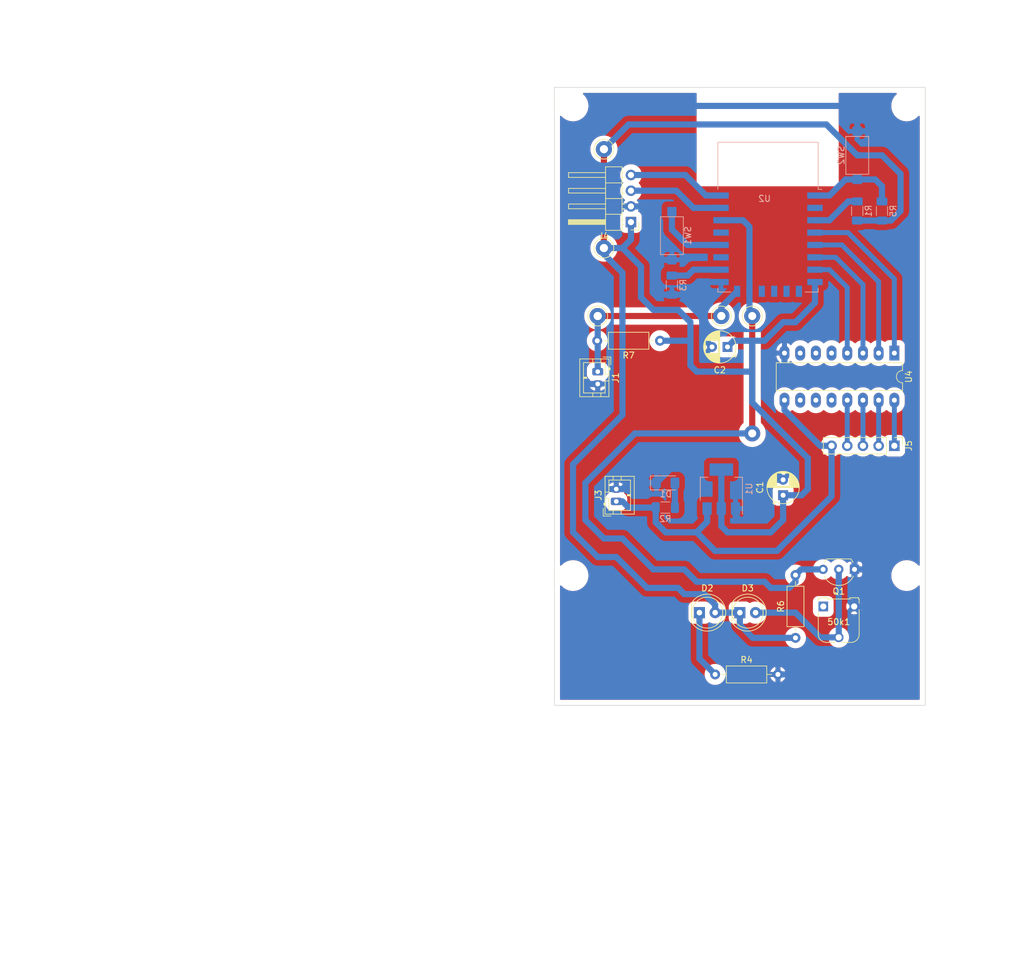
<source format=kicad_pcb>
(kicad_pcb (version 20210824) (generator pcbnew)
  (layers (0 "F.Cu" signal) (31 "B.Cu" signal) (34 "B.Paste" user) (35 "F.Paste" user) (36 "B.SilkS" user "B.Silkscreen") (37 "F.SilkS" user "F.Silkscreen") (38 "B.Mask" user) (39 "F.Mask" user) (44 "Edge.Cuts" user))
  (net 0 "")
  (net 1 "GND")
  (net 2 "Net-(50k1-Pad2)")
  (net 3 "+3V3")
  (net 4 "+5V")
  (net 5 "Net-(D1-Pad2)")
  (net 6 "Net-(D2-Pad1)")
  (net 7 "/RX")
  (net 8 "/TX")
  (net 9 "Net-(J5-Pad2)")
  (net 10 "Net-(J5-Pad3)")
  (net 11 "Net-(J5-Pad4)")
  (net 12 "/IR_Sensor")
  (net 13 "Net-(R1-Pad2)")
  (net 14 "Net-(R3-Pad2)")
  (net 15 "/RST")
  (net 16 "/BOOT")
  (net 17 "/in3")
  (net 18 "/in2")
  (net 19 "/in1")
  (net 20 "Net-(J5-Pad1)")
  (net 21 "/LimitSW")
  (net 22 "/in4")
  (footprint "Connector_Pin:Pin_D1.3mm_L11.0mm" (layer "F.Cu") (at 134 82)
    (fp_text reference "REF**" hide)
    (fp_text value "Pin_D1.3mm_L11.0mm" hide)
    (pad "1" thru_hole circle locked (at 0 0) (size 2.6 2.6) (drill 1.3) (layers *.Cu *.Mask) (net 21 "/LimitSW"))
    (pad "1" thru_hole circle locked (at 0 0) (size 2.6 2.6) (drill 1.3) (layers *.Cu *.Mask) (net 21 "/LimitSW"))
    (pad "1" thru_hole circle locked (at 0 0) (size 2.6 2.6) (drill 1.3) (layers *.Cu *.Mask) (net 21 "/LimitSW"))
  )
  (footprint "Connector_JST:JST_PH_B2B-PH-K_1x02_P2.00mm_Vertical" (layer "F.Cu") (at 117 112 90)
    (fp_text reference "J3" (at 1 -2.9 90) (layer "F.SilkS"))
    (fp_text value "Conn_01x02")
    (pad "1" thru_hole roundrect locked (at 0 0 90) (size 1.2 1.75) (drill 0.75) (layers *.Cu *.Mask) (roundrect_rratio 0.2083333333) (net 4 "+5V"))
    (pad "2" thru_hole oval locked (at 2 0 90) (size 1.2 1.75) (drill 0.75) (layers *.Cu *.Mask) (net 1 "GND"))
  )
  (footprint "Resistor_THT:R_Axial_DIN0207_L6.3mm_D2.5mm_P10.16mm_Horizontal" (layer "F.Cu") (at 124.08 86 180)
    (fp_text reference "R7" (at 5.08 -2.37) (layer "F.SilkS"))
    (fp_text value "10K")
    (pad "1" thru_hole circle locked (at 0 0 180) (size 1.6 1.6) (drill 0.8) (layers *.Cu *.Mask) (net 3 "+3V3"))
    (pad "2" thru_hole oval locked (at 10.16 0 180) (size 1.6 1.6) (drill 0.8) (layers *.Cu *.Mask) (net 21 "/LimitSW"))
  )
  (footprint "" (layer "F.Cu") (at 139 101)
    (fp_text reference "" (at 0 0) (layer "F.SilkS") (effects (font (size 1.27 1.27))))
    (fp_text value "" (at 0 0) (layer "F.SilkS") (effects (font (size 1.27 1.27))))
    (pad "1" thru_hole circle locked (at 0 0) (size 2.6 2.6) (drill 1.3) (layers *.Cu *.Mask) (net 12 "/IR_Sensor"))
  )
  (footprint "Connector_Pin:Pin_D1.3mm_L11.0mm" (layer "F.Cu") (at 115 55)
    (fp_text reference "REF**" hide)
    (fp_text value "Pin_D1.3mm_L11.0mm" hide)
    (pad "1" thru_hole circle locked (at 0 0) (size 2.6 2.6) (drill 1.3) (layers *.Cu *.Mask) (net 3 "+3V3"))
    (pad "1" thru_hole circle locked (at 0 0) (size 2.6 2.6) (drill 1.3) (layers *.Cu *.Mask) (net 3 "+3V3"))
  )
  (footprint "MountingHole:MountingHole_3.2mm_M3" (layer "F.Cu") (at 164 48)
    (fp_text reference "REF**" hide)
    (fp_text value "MountingHole_3.2mm_M3")
    (pad "" np_thru_hole circle locked (at 0 0) (size 3.2 3.2) (drill 3.2) (layers *.Cu *.Mask))
  )
  (footprint "Resistor_THT:R_Axial_DIN0207_L6.3mm_D2.5mm_P10.16mm_Horizontal" (layer "F.Cu") (at 133 140)
    (fp_text reference "R4" (at 5.08 -2.37) (layer "F.SilkS"))
    (fp_text value "300")
    (pad "1" thru_hole circle locked (at 0 0) (size 1.6 1.6) (drill 0.8) (layers *.Cu *.Mask) (net 6 "Net-(D2-Pad1)"))
    (pad "2" thru_hole oval locked (at 10.16 0) (size 1.6 1.6) (drill 0.8) (layers *.Cu *.Mask) (net 1 "GND"))
  )
  (footprint "MountingHole:MountingHole_3.2mm_M3" (layer "F.Cu") (at 164 124)
    (fp_text reference "REF**" hide)
    (fp_text value "MountingHole_3.2mm_M3")
    (pad "" np_thru_hole circle locked (at 0 0) (size 3.2 3.2) (drill 3.2) (layers *.Cu *.Mask))
  )
  (footprint "Connector_JST:JST_PH_B2B-PH-K_1x02_P2.00mm_Vertical" (layer "F.Cu") (at 114 91 -90)
    (fp_text reference "J1" (at 1 -2.9 90) (layer "F.SilkS"))
    (fp_text value "Conn_01x02")
    (pad "1" thru_hole roundrect locked (at 0 0 270) (size 1.2 1.75) (drill 0.75) (layers *.Cu *.Mask) (roundrect_rratio 0.2083333333) (net 21 "/LimitSW"))
    (pad "2" thru_hole oval locked (at 2 0 270) (size 1.2 1.75) (drill 0.75) (layers *.Cu *.Mask) (net 1 "GND"))
  )
  (footprint "Connector_PinHeader_2.54mm:PinHeader_1x04_P2.54mm_Horizontal" (layer "F.Cu") (at 119.375 66.8 180)
    (fp_text reference "J4" (at 4.385 -2.27) (layer "F.SilkS"))
    (fp_text value "Conn_01x04")
    (pad "1" thru_hole rect locked (at 0 0 180) (size 1.7 1.7) (drill 1) (layers *.Cu *.Mask) (net 3 "+3V3"))
    (pad "2" thru_hole oval locked (at 0 2.54 180) (size 1.7 1.7) (drill 1) (layers *.Cu *.Mask) (net 1 "GND"))
    (pad "3" thru_hole oval locked (at 0 5.08 180) (size 1.7 1.7) (drill 1) (layers *.Cu *.Mask) (net 7 "/RX"))
    (pad "4" thru_hole oval locked (at 0 7.62 180) (size 1.7 1.7) (drill 1) (layers *.Cu *.Mask) (net 8 "/TX"))
  )
  (footprint "Package_TO_SOT_THT:TO-92L_Inline_Wide" (layer "F.Cu") (at 155.55 123 180)
    (fp_text reference "Q1" (at 2.54 -3.56) (layer "F.SilkS"))
    (fp_text value "2N7000")
    (pad "1" thru_hole rect locked (at 0 0 180) (size 1.5 1.5) (drill 0.8) (layers *.Cu *.Mask) (net 1 "GND"))
    (pad "2" thru_hole circle locked (at 2.54 0 180) (size 1.5 1.5) (drill 0.8) (layers *.Cu *.Mask) (net 2 "Net-(50k1-Pad2)"))
    (pad "3" thru_hole circle locked (at 5.08 0 180) (size 1.5 1.5) (drill 0.8) (layers *.Cu *.Mask) (net 12 "/IR_Sensor"))
  )
  (footprint "Capacitor_THT:CP_Radial_D5.0mm_P2.50mm" (layer "F.Cu") (at 144 111 90)
    (fp_text reference "C1" (at 1.25 -3.75 90) (layer "F.SilkS"))
    (fp_text value "100uF")
    (pad "1" thru_hole rect locked (at 0 0 90) (size 1.6 1.6) (drill 0.8) (layers *.Cu *.Mask) (net 3 "+3V3"))
    (pad "2" thru_hole circle locked (at 2.5 0 90) (size 1.6 1.6) (drill 0.8) (layers *.Cu *.Mask) (net 1 "GND"))
  )
  (footprint "Potentiometer_THT:Potentiometer_Runtron_RM-065_Vertical" (layer "F.Cu") (at 150.5 129)
    (fp_text reference "50k1" (at 2.5 2.5) (layer "F.SilkS"))
    (fp_text value "R_Potentiometer")
    (pad "1" thru_hole rect locked (at 0 0) (size 1.55 1.55) (drill 1) (layers *.Cu *.Mask))
    (pad "2" thru_hole circle locked (at 2.5 5) (size 1.55 1.55) (drill 1) (layers *.Cu *.Mask) (net 2 "Net-(50k1-Pad2)"))
    (pad "3" thru_hole circle locked (at 5 0) (size 1.55 1.55) (drill 1) (layers *.Cu *.Mask) (net 1 "GND"))
  )
  (footprint "Resistor_THT:R_Axial_DIN0207_L6.3mm_D2.5mm_P10.16mm_Horizontal" (layer "F.Cu") (at 146 134.08 90)
    (fp_text reference "R6" (at 5.08 -2.37 90) (layer "F.SilkS"))
    (fp_text value "10K")
    (pad "1" thru_hole circle locked (at 0 0 90) (size 1.6 1.6) (drill 0.8) (layers *.Cu *.Mask) (net 3 "+3V3"))
    (pad "2" thru_hole oval locked (at 10.16 0 90) (size 1.6 1.6) (drill 0.8) (layers *.Cu *.Mask) (net 12 "/IR_Sensor"))
  )
  (footprint "Capacitor_THT:CP_Radial_D5.0mm_P2.50mm" (layer "F.Cu") (at 135 87 180)
    (fp_text reference "C2" (at 1.25 -3.75) (layer "F.SilkS"))
    (fp_text value "100uF")
    (pad "1" thru_hole rect locked (at 0 0 180) (size 1.6 1.6) (drill 0.8) (layers *.Cu *.Mask) (net 3 "+3V3"))
    (pad "2" thru_hole circle locked (at 2.5 0 180) (size 1.6 1.6) (drill 0.8) (layers *.Cu *.Mask) (net 1 "GND"))
  )
  (footprint "Connector_Pin:Pin_D1.3mm_L11.0mm" (layer "F.Cu") (at 114 82)
    (fp_text reference "REF**" hide)
    (fp_text value "Pin_D1.3mm_L11.0mm" hide)
    (pad "1" thru_hole circle locked (at 0 0) (size 2.6 2.6) (drill 1.3) (layers *.Cu *.Mask) (net 21 "/LimitSW"))
    (pad "1" thru_hole circle locked (at 0 0) (size 2.6 2.6) (drill 1.3) (layers *.Cu *.Mask) (net 21 "/LimitSW"))
    (pad "1" thru_hole circle locked (at 0 0) (size 2.6 2.6) (drill 1.3) (layers *.Cu *.Mask) (net 21 "/LimitSW"))
  )
  (footprint "Package_DIP:DIP-16_W7.62mm_LongPads" (layer "F.Cu") (at 162 88 -90)
    (fp_text reference "U4" (at 3.81 -2.33 90) (layer "F.SilkS"))
    (fp_text value "ULN2003")
    (pad "1" thru_hole rect locked (at 0 0 270) (size 2.4 1.6) (drill 0.8) (layers *.Cu *.Mask) (net 22 "/in4"))
    (pad "2" thru_hole oval locked (at 0 2.54 270) (size 2.4 1.6) (drill 0.8) (layers *.Cu *.Mask) (net 17 "/in3"))
    (pad "3" thru_hole oval locked (at 0 5.08 270) (size 2.4 1.6) (drill 0.8) (layers *.Cu *.Mask) (net 18 "/in2"))
    (pad "4" thru_hole oval locked (at 0 7.62 270) (size 2.4 1.6) (drill 0.8) (layers *.Cu *.Mask) (net 19 "/in1"))
    (pad "5" thru_hole oval locked (at 0 10.16 270) (size 2.4 1.6) (drill 0.8) (layers *.Cu *.Mask))
    (pad "6" thru_hole oval locked (at 0 12.7 270) (size 2.4 1.6) (drill 0.8) (layers *.Cu *.Mask))
    (pad "7" thru_hole oval locked (at 0 15.24 270) (size 2.4 1.6) (drill 0.8) (layers *.Cu *.Mask))
    (pad "8" thru_hole oval locked (at 0 17.78 270) (size 2.4 1.6) (drill 0.8) (layers *.Cu *.Mask) (net 1 "GND"))
    (pad "9" thru_hole oval locked (at 7.62 17.78 270) (size 2.4 1.6) (drill 0.8) (layers *.Cu *.Mask) (net 4 "+5V"))
    (pad "10" thru_hole oval locked (at 7.62 15.24 270) (size 2.4 1.6) (drill 0.8) (layers *.Cu *.Mask))
    (pad "11" thru_hole oval locked (at 7.62 12.7 270) (size 2.4 1.6) (drill 0.8) (layers *.Cu *.Mask))
    (pad "12" thru_hole oval locked (at 7.62 10.16 270) (size 2.4 1.6) (drill 0.8) (layers *.Cu *.Mask))
    (pad "13" thru_hole oval locked (at 7.62 7.62 270) (size 2.4 1.6) (drill 0.8) (layers *.Cu *.Mask) (net 11 "Net-(J5-Pad4)"))
    (pad "14" thru_hole oval locked (at 7.62 5.08 270) (size 2.4 1.6) (drill 0.8) (layers *.Cu *.Mask) (net 10 "Net-(J5-Pad3)"))
    (pad "15" thru_hole oval locked (at 7.62 2.54 270) (size 2.4 1.6) (drill 0.8) (layers *.Cu *.Mask) (net 9 "Net-(J5-Pad2)"))
    (pad "16" thru_hole oval locked (at 7.62 0 270) (size 2.4 1.6) (drill 0.8) (layers *.Cu *.Mask) (net 20 "Net-(J5-Pad1)"))
  )
  (footprint "Connector_PinHeader_2.54mm:PinHeader_1x05_P2.54mm_Vertical" (layer "F.Cu") (at 162 103 -90)
    (fp_text reference "J5" (at 0 -2.33 90) (layer "F.SilkS"))
    (fp_text value "Conn_01x05")
    (pad "1" thru_hole rect locked (at 0 0 270) (size 1.7 1.7) (drill 1) (layers *.Cu *.Mask) (net 20 "Net-(J5-Pad1)"))
    (pad "2" thru_hole oval locked (at 0 2.54 270) (size 1.7 1.7) (drill 1) (layers *.Cu *.Mask) (net 9 "Net-(J5-Pad2)"))
    (pad "3" thru_hole oval locked (at 0 5.08 270) (size 1.7 1.7) (drill 1) (layers *.Cu *.Mask) (net 10 "Net-(J5-Pad3)"))
    (pad "4" thru_hole oval locked (at 0 7.62 270) (size 1.7 1.7) (drill 1) (layers *.Cu *.Mask) (net 11 "Net-(J5-Pad4)"))
    (pad "5" thru_hole oval locked (at 0 10.16 270) (size 1.7 1.7) (drill 1) (layers *.Cu *.Mask) (net 4 "+5V"))
  )
  (footprint "Connector_Pin:Pin_D1.3mm_L11.0mm" (layer "F.Cu") (at 115 71)
    (fp_text reference "REF**" hide)
    (fp_text value "Pin_D1.3mm_L11.0mm" hide)
    (pad "1" thru_hole circle locked (at 0 0) (size 2.6 2.6) (drill 1.3) (layers *.Cu *.Mask) (net 3 "+3V3"))
    (pad "1" thru_hole circle locked (at 0 0) (size 2.6 2.6) (drill 1.3) (layers *.Cu *.Mask) (net 3 "+3V3"))
  )
  (footprint "LED_THT:LED_D5.0mm_Clear" (layer "F.Cu") (at 130.46 130)
    (fp_text reference "D2" (at 1.27 -3.96) (layer "F.SilkS"))
    (fp_text value "LED")
    (pad "1" thru_hole rect locked (at 0 0) (size 1.8 1.8) (drill 0.9) (layers *.Cu *.Mask) (net 6 "Net-(D2-Pad1)"))
    (pad "2" thru_hole circle locked (at 2.54 0) (size 1.8 1.8) (drill 0.9) (layers *.Cu *.Mask) (net 3 "+3V3"))
  )
  (footprint "Connector_Pin:Pin_D1.3mm_L11.0mm" (layer "F.Cu") (at 139 82)
    (fp_text reference "REF**" hide)
    (fp_text value "Pin_D1.3mm_L11.0mm" hide)
    (pad "1" thru_hole circle locked (at 0 0) (size 2.6 2.6) (drill 1.3) (layers *.Cu *.Mask) (net 12 "/IR_Sensor"))
  )
  (footprint "MountingHole:MountingHole_3.2mm_M3" (layer "F.Cu") (at 110 124)
    (fp_text reference "REF**" hide)
    (fp_text value "MountingHole_3.2mm_M3")
    (pad "" np_thru_hole circle locked (at 0 0) (size 3.2 3.2) (drill 3.2) (layers *.Cu *.Mask))
  )
  (footprint "LED_THT:LED_D5.0mm_IRBlack" (layer "F.Cu") (at 137 130)
    (fp_text reference "D3" (at 1.27 -3.96) (layer "F.SilkS"))
    (fp_text value "D_Photo_Filled")
    (pad "1" thru_hole rect locked (at 0 0) (size 1.8 1.8) (drill 0.9) (layers *.Cu *.Mask) (net 3 "+3V3"))
    (pad "2" thru_hole circle locked (at 2.54 0) (size 1.8 1.8) (drill 0.9) (layers *.Cu *.Mask) (net 2 "Net-(50k1-Pad2)"))
  )
  (footprint "MountingHole:MountingHole_3.2mm_M3" (layer "F.Cu") (at 110 48)
    (fp_text reference "REF**" hide)
    (fp_text value "MountingHole_3.2mm_M3")
    (pad "" np_thru_hole circle locked (at 0 0) (size 3.2 3.2) (drill 3.2) (layers *.Cu *.Mask))
  )
  (footprint "Package_TO_SOT_SMD:SOT-223-3_TabPin2" (layer "B.Cu") (at 134 110 90)
    (fp_text reference "U1" (at 0 4.5 90) (layer "B.SilkS") (effects (justify mirror)))
    (fp_text value "AMS1117-3.3")
    (pad "1" smd rect locked (at -3.15 2.3 90) (size 2 1.5) (layers "B.Cu" "B.Paste" "B.Mask") (net 1 "GND"))
    (pad "2" smd rect locked (at 3.15 0 90) (size 2 3.8) (layers "B.Cu" "B.Paste" "B.Mask") (net 3 "+3V3"))
    (pad "2" smd rect locked (at -3.15 0 90) (size 2 1.5) (layers "B.Cu" "B.Paste" "B.Mask") (net 3 "+3V3"))
    (pad "3" smd rect locked (at -3.15 -2.3 90) (size 2 1.5) (layers "B.Cu" "B.Paste" "B.Mask") (net 4 "+5V"))
  )
  (footprint "Resistor_SMD:R_1206_3216Metric_Pad1.30x1.75mm_HandSolder" (layer "B.Cu") (at 160 65 90)
    (fp_text reference "R5" (at 0 1.82 90) (layer "B.SilkS") (effects (justify mirror)))
    (fp_text value "10K")
    (pad "1" smd roundrect locked (at -1.55 0 90) (size 1.3 1.75) (layers "B.Cu" "B.Paste" "B.Mask") (roundrect_rratio 0.1923076923) (net 3 "+3V3"))
    (pad "2" smd roundrect locked (at 1.55 0 90) (size 1.3 1.75) (layers "B.Cu" "B.Paste" "B.Mask") (roundrect_rratio 0.1923076923) (net 15 "/RST"))
  )
  (footprint "RF_Module:ESP-12E" (layer "B.Cu") (at 141.555 66 180)
    (fp_text reference "U2" (at 0.555 3) (layer "B.SilkS") (effects (justify mirror)))
    (fp_text value "ESP-12E")
    (pad "1" smd rect locked (at -7.6 3.5 180) (size 2.5 1) (layers "B.Cu" "B.Paste" "B.Mask") (net 15 "/RST"))
    (pad "2" smd rect locked (at -7.6 1.5 180) (size 2.5 1) (layers "B.Cu" "B.Paste" "B.Mask"))
    (pad "3" smd rect locked (at -7.6 -0.5 180) (size 2.5 1) (layers "B.Cu" "B.Paste" "B.Mask") (net 13 "Net-(R1-Pad2)"))
    (pad "4" smd rect locked (at -7.6 -2.5 180) (size 2.5 1) (layers "B.Cu" "B.Paste" "B.Mask") (net 22 "/in4"))
    (pad "5" smd rect locked (at -7.6 -4.5 180) (size 2.5 1) (layers "B.Cu" "B.Paste" "B.Mask") (net 17 "/in3"))
    (pad "6" smd rect locked (at -7.6 -6.5 180) (size 2.5 1) (layers "B.Cu" "B.Paste" "B.Mask") (net 18 "/in2"))
    (pad "7" smd rect locked (at -7.6 -8.5 180) (size 2.5 1) (layers "B.Cu" "B.Paste" "B.Mask") (net 19 "/in1"))
    (pad "8" smd rect locked (at -7.6 -10.5 180) (size 2.5 1) (layers "B.Cu" "B.Paste" "B.Mask") (net 3 "+3V3"))
    (pad "9" smd rect locked (at -5 -12 180) (size 1 1.8) (layers "B.Cu" "B.Paste" "B.Mask"))
    (pad "10" smd rect locked (at -3 -12 180) (size 1 1.8) (layers "B.Cu" "B.Paste" "B.Mask"))
    (pad "11" smd rect locked (at -1 -12 180) (size 1 1.8) (layers "B.Cu" "B.Paste" "B.Mask"))
    (pad "12" smd rect locked (at 1 -12 180) (size 1 1.8) (layers "B.Cu" "B.Paste" "B.Mask"))
    (pad "13" smd rect locked (at 3 -12 180) (size 1 1.8) (layers "B.Cu" "B.Paste" "B.Mask") (net 12 "/IR_Sensor"))
    (pad "14" smd rect locked (at 5 -12 180) (size 1 1.8) (layers "B.Cu" "B.Paste" "B.Mask") (net 21 "/LimitSW"))
    (pad "15" smd rect locked (at 7.6 -10.5 180) (size 2.5 1) (layers "B.Cu" "B.Paste" "B.Mask") (net 1 "GND"))
    (pad "16" smd rect locked (at 7.6 -8.5 180) (size 2.5 1) (layers "B.Cu" "B.Paste" "B.Mask") (net 14 "Net-(R3-Pad2)"))
    (pad "17" smd rect locked (at 7.6 -6.5 180) (size 2.5 1) (layers "B.Cu" "B.Paste" "B.Mask"))
    (pad "18" smd rect locked (at 7.6 -4.5 180) (size 2.5 1) (layers "B.Cu" "B.Paste" "B.Mask") (net 16 "/BOOT"))
    (pad "19" smd rect locked (at 7.6 -2.5 180) (size 2.5 1) (layers "B.Cu" "B.Paste" "B.Mask"))
    (pad "20" smd rect locked (at 7.6 -0.5 180) (size 2.5 1) (layers "B.Cu" "B.Paste" "B.Mask") (net 12 "/IR_Sensor"))
    (pad "21" smd rect locked (at 7.6 1.5 180) (size 2.5 1) (layers "B.Cu" "B.Paste" "B.Mask") (net 7 "/RX"))
    (pad "22" smd rect locked (at 7.6 3.5 180) (size 2.5 1) (layers "B.Cu" "B.Paste" "B.Mask") (net 8 "/TX"))
  )
  (footprint "LED_SMD:LED_1206_3216Metric_Pad1.42x1.75mm_HandSolder" (layer "B.Cu") (at 125 109)
    (fp_text reference "D1" (at 0 1.82) (layer "B.SilkS") (effects (justify mirror)))
    (fp_text value "LED")
    (pad "1" smd roundrect locked (at -1.4875 0) (size 1.425 1.75) (layers "B.Cu" "B.Paste" "B.Mask") (roundrect_rratio 0.1754392982) (net 1 "GND"))
    (pad "2" smd roundrect locked (at 1.4875 0) (size 1.425 1.75) (layers "B.Cu" "B.Paste" "B.Mask") (roundrect_rratio 0.1754392982) (net 5 "Net-(D1-Pad2)"))
  )
  (footprint "Resistor_SMD:R_1206_3216Metric_Pad1.30x1.75mm_HandSolder" (layer "B.Cu") (at 156 65 90)
    (fp_text reference "R1" (at 0 1.82 90) (layer "B.SilkS") (effects (justify mirror)))
    (fp_text value "1k")
    (pad "1" smd roundrect locked (at -1.55 0 90) (size 1.3 1.75) (layers "B.Cu" "B.Paste" "B.Mask") (roundrect_rratio 0.1923076923) (net 3 "+3V3"))
    (pad "2" smd roundrect locked (at 1.55 0 90) (size 1.3 1.75) (layers "B.Cu" "B.Paste" "B.Mask") (roundrect_rratio 0.1923076923) (net 13 "Net-(R1-Pad2)"))
  )
  (footprint "Resistor_SMD:R_1206_3216Metric_Pad1.30x1.75mm_HandSolder" (layer "B.Cu") (at 126 77 90)
    (fp_text reference "R3" (at 0 1.82 90) (layer "B.SilkS") (effects (justify mirror)))
    (fp_text value "1K")
    (pad "1" smd roundrect locked (at -1.55 0 90) (size 1.3 1.75) (layers "B.Cu" "B.Paste" "B.Mask") (roundrect_rratio 0.1923076923) (net 1 "GND"))
    (pad "2" smd roundrect locked (at 1.55 0 90) (size 1.3 1.75) (layers "B.Cu" "B.Paste" "B.Mask") (roundrect_rratio 0.1923076923) (net 14 "Net-(R3-Pad2)"))
  )
  (footprint "Button_Switch_SMD:SW_SPST_CK_RS282G05A3" (layer "B.Cu") (at 156 56 -90)
    (fp_text reference "SW2" (at 0 2.6 90) (layer "B.SilkS") (effects (justify mirror)))
    (fp_text value "SW_Push")
    (pad "1" smd rect locked (at -3.9 0 270) (size 1.5 1.5) (layers "B.Cu" "B.Paste" "B.Mask") (net 1 "GND"))
    (pad "2" smd rect locked (at 3.9 0 270) (size 1.5 1.5) (layers "B.Cu" "B.Paste" "B.Mask") (net 15 "/RST"))
  )
  (footprint "Resistor_SMD:R_1206_3216Metric_Pad1.30x1.75mm_HandSolder" (layer "B.Cu") (at 124.9375 113)
    (fp_text reference "R2" (at 0 1.82) (layer "B.SilkS") (effects (justify mirror)))
    (fp_text value "100")
    (pad "1" smd roundrect locked (at -1.55 0) (size 1.3 1.75) (layers "B.Cu" "B.Paste" "B.Mask") (roundrect_rratio 0.1923076923) (net 4 "+5V"))
    (pad "2" smd roundrect locked (at 1.55 0) (size 1.3 1.75) (layers "B.Cu" "B.Paste" "B.Mask") (roundrect_rratio 0.1923076923) (net 5 "Net-(D1-Pad2)"))
  )
  (footprint "Button_Switch_SMD:SW_SPST_CK_RS282G05A3" (layer "B.Cu") (at 126 69 90)
    (fp_text reference "SW1" (at 0 2.6 90) (layer "B.SilkS") (effects (justify mirror)))
    (fp_text value "SW_Push")
    (pad "1" smd rect locked (at -3.9 0 90) (size 1.5 1.5) (layers "B.Cu" "B.Paste" "B.Mask") (net 1 "GND"))
    (pad "2" smd rect locked (at 3.9 0 90) (size 1.5 1.5) (layers "B.Cu" "B.Paste" "B.Mask") (net 16 "/BOOT"))
  )
  (gr_line locked (start 167 145) (end 107 145) (layer "Edge.Cuts") (width 0.1))
  (gr_line (start 107 45) (end 167 45) (layer "Edge.Cuts") (width 0.1))
  (gr_line locked (start 107 145) (end 107 45) (layer "Edge.Cuts") (width 0.1))
  (gr_line locked (start 167 45) (end 167 145) (layer "Edge.Cuts") (width 0.1))
  (segment (start 161.1 52.1) (end 165 56) (width 1) (layer "B.Cu") (net 1))
  (segment (start 165 90) (end 165 116) (width 1) (layer "B.Cu") (net 1))
  (segment (start 129.45 78.55) (end 131.5 76.5) (width 1) (layer "B.Cu") (net 1))
  (segment (start 118 110) (end 119 109) (width 1) (layer "B.Cu") (net 1))
  (segment (start 115 115) (end 114 114) (width 1) (layer "B.Cu") (net 1))
  (segment (start 133.955 76.5) (end 131.5 76.5) (width 1) (layer "B.Cu") (net 1))
  (segment (start 125.1 72.9) (end 124.1 72.9) (width 1) (layer "B.Cu") (net 1))
  (segment (start 147 120) (end 144 123) (width 1) (layer "B.Cu") (net 1))
  (segment (start 114 93) (end 112 93) (width 1) (layer "B.Cu") (net 1))
  (segment (start 155.55 123) (end 155.55 121.55) (width 1) (layer "B.Cu") (net 1))
  (segment (start 119.375 64.26) (end 112.26 64.26) (width 1) (layer "B.Cu") (net 1))
  (segment (start 146 92) (end 165 92) (width 1) (layer "B.Cu") (net 1))
  (segment (start 126 72.9) (end 125.1 72.9) (width 1) (layer "B.Cu") (net 1))
  (segment (start 129.45 78.55) (end 130.55 78.55) (width 1) (layer "B.Cu") (net 1))
  (segment (start 165 116) (end 158 123) (width 1) (layer "B.Cu") (net 1))
  (segment (start 123 77) (end 124.55 78.55) (width 1) (layer "B.Cu") (net 1))
  (segment (start 119.375 64.26) (end 121.26 64.26) (width 1) (layer "B.Cu") (net 1))
  (segment (start 124.55 78.55) (end 126 78.55) (width 1) (layer "B.Cu") (net 1))
  (segment (start 119 109) (end 123.5125 109) (width 1) (layer "B.Cu") (net 1))
  (segment (start 122 70.8) (end 124.1 72.9) (width 1) (layer "B.Cu") (net 1))
  (segment (start 110 66.52) (end 112.26 64.26) (width 1) (layer "B.Cu") (net 1))
  (segment (start 139 115) (end 140 114) (width 1) (layer "B.Cu") (net 1))
  (segment (start 115 110) (end 117 110) (width 1) (layer "B.Cu") (net 1))
  (segment (start 112 93) (end 110 91) (width 1) (layer "B.Cu") (net 1))
  (segment (start 141.5 108.5) (end 144 108.5) (width 1) (layer "B.Cu") (net 1))
  (segment (start 126 78.55) (end 129.45 78.55) (width 1) (layer "B.Cu") (net 1))
  (segment (start 129 120) (end 124 120) (width 1) (layer "B.Cu") (net 1))
  (segment (start 123 74) (end 123 77) (width 1) (layer "B.Cu") (net 1))
  (segment (start 153 140) (end 158 135) (width 1) (layer "B.Cu") (net 1))
  (segment (start 144.22 88) (end 144.22 90.22) (width 1) (layer "B.Cu") (net 1))
  (segment (start 119 115) (end 115 115) (width 1) (layer "B.Cu") (net 1))
  (segment (start 139.5 104) (end 144 108.5) (width 1) (layer "B.Cu") (net 1))
  (segment (start 158 130) (end 157 129) (width 1) (layer "B.Cu") (net 1))
  (segment (start 156 52.1) (end 161.1 52.1) (width 1) (layer "B.Cu") (net 1))
  (segment (start 158 135) (end 158 130) (width 1) (layer "B.Cu") (net 1))
  (segment (start 121.26 64.26) (end 122 65) (width 1) (layer "B.Cu") (net 1))
  (segment (start 114 111) (end 115 110) (width 1) (layer "B.Cu") (net 1))
  (segment (start 132.5 87) (end 131 85.5) (width 1) (layer "B.Cu") (net 1))
  (segment (start 155.55 128.95) (end 155.5 129) (width 1) (layer "B.Cu") (net 1))
  (segment (start 140 110) (end 141.5 108.5) (width 1) (layer "B.Cu") (net 1))
  (segment (start 111 63) (end 111 54) (width 1) (layer "B.Cu") (net 1))
  (segment (start 156 50) (end 156 52.1) (width 1) (layer "B.Cu") (net 1))
  (segment (start 155.55 121.55) (end 154 120) (width 1) (layer "B.Cu") (net 1))
  (segment (start 137 115) (end 139 115) (width 1) (layer "B.Cu") (net 1))
  (segment (start 111 54) (end 117 48) (width 1) (layer "B.Cu") (net 1))
  (segment (start 136.3 114.3) (end 137 115) (width 1) (layer "B.Cu") (net 1))
  (segment (start 144 123) (end 132 123) (width 1) (layer "B.Cu") (net 1))
  (segment (start 140 114) (end 140 110) (width 1) (layer "B.Cu") (net 1))
  (segment (start 155.55 123) (end 155.55 128.95) (width 1) (layer "B.Cu") (net 1))
  (segment (start 131 77) (end 131.5 76.5) (width 1) (layer "B.Cu") (net 1))
  (segment (start 124 120) (end 119 115) (width 1) (layer "B.Cu") (net 1))
  (segment (start 154 48) (end 156 50) (width 1) (layer "B.Cu") (net 1))
  (segment (start 157 129) (end 155.5 129) (width 1) (layer "B.Cu") (net 1))
  (segment (start 132 123) (end 129 120) (width 1) (layer "B.Cu") (net 1))
  (segment (start 112.26 64.26) (end 111 63) (width 1) (layer "B.Cu") (net 1))
  (segment (start 165 56) (end 165 90) (width 1) (layer "B.Cu") (net 1))
  (segment (start 128.5125 104) (end 139.5 104) (width 1) (layer "B.Cu") (net 1))
  (segment (start 117 48) (end 154 48) (width 1) (layer "B.Cu") (net 1))
  (segment (start 136.3 113.15) (end 136.3 114.3) (width 1) (layer "B.Cu") (net 1))
  (segment (start 130.55 78.55) (end 131 79) (width 1) (layer "B.Cu") (net 1))
  (segment (start 123.5125 109) (end 128.5125 104) (width 1) (layer "B.Cu") (net 1))
  (segment (start 124.1 72.9) (end 123 74) (width 1) (layer "B.Cu") (net 1))
  (segment (start 158 123) (end 155.55 123) (width 1) (layer "B.Cu") (net 1))
  (segment (start 154 120) (end 147 120) (width 1) (layer "B.Cu") (net 1))
  (segment (start 144.22 90.22) (end 146 92) (width 1) (layer "B.Cu") (net 1))
  (segment (start 131 85.5) (end 131 79) (width 1) (layer "B.Cu") (net 1))
  (segment (start 165 92) (end 165 90) (width 1) (layer "B.Cu") (net 1))
  (segment (start 110 91) (end 110 66.52) (width 1) (layer "B.Cu") (net 1))
  (segment (start 114 114) (end 114 111) (width 1) (layer "B.Cu") (net 1))
  (segment (start 117 110) (end 118 110) (width 1) (layer "B.Cu") (net 1))
  (segment (start 131 79) (end 131 77) (width 1) (layer "B.Cu") (net 1))
  (segment (start 122 65) (end 122 70.8) (width 1) (layer "B.Cu") (net 1))
  (segment (start 143.16 140) (end 153 140) (width 1) (layer "B.Cu") (net 1))
  (segment (start 139.54 130) (end 146 130) (width 1) (layer "B.Cu") (net 2))
  (segment (start 146 130) (end 150 134) (width 1) (layer "B.Cu") (net 2))
  (segment (start 153.01 123) (end 153.01 133.99) (width 1) (layer "B.Cu") (net 2))
  (segment (start 150 134) (end 153 134) (width 1) (layer "B.Cu") (net 2))
  (segment (start 153.01 133.99) (end 153 134) (width 1) (layer "B.Cu") (net 2))
  (segment (start 115 55) (end 115 71) (width 1) (layer "F.Cu") (net 3))
  (segment (start 128 127) (end 131.272792 127) (width 1) (layer "B.Cu") (net 3))
  (segment (start 119.375 66.8) (end 119.375 69.625) (width 1) (layer "B.Cu") (net 3))
  (segment (start 127 81) (end 129 83) (width 1) (layer "B.Cu") (net 3))
  (segment (start 148 110) (end 148 105) (width 1) (layer "B.Cu") (net 3))
  (segment (start 130 91) (end 139 91) (width 1) (layer "B.Cu") (net 3))
  (segment (start 123 81) (end 127 81) (width 1) (layer "B.Cu") (net 3))
  (segment (start 131.272792 127) (end 133 128.727208) (width 1) (layer "B.Cu") (net 3))
  (segment (start 129 90) (end 130 91) (width 1) (layer "B.Cu") (net 3))
  (segment (start 124.08 86) (end 129 86) (width 1) (layer "B.Cu") (net 3))
  (segment (start 142 117) (end 135 117) (width 1) (layer "B.Cu") (net 3))
  (segment (start 119 51) (end 116 54) (width 1) (layer "B.Cu") (net 3))
  (segment (start 117 121) (end 122 126) (width 1) (layer "B.Cu") (net 3))
  (segment (start 119.375 69.625) (end 118 71) (width 1) (layer "B.Cu") (net 3))
  (segment (start 139 89) (end 139 86) (width 1) (layer "B.Cu") (net 3))
  (segment (start 134 116) (end 134 113.15) (width 1) (layer "B.Cu") (net 3))
  (segment (start 146 83) (end 149.155 79.845) (width 1) (layer "B.Cu") (net 3))
  (segment (start 147 111) (end 148 110) (width 1) (layer "B.Cu") (net 3))
  (segment (start 135 87) (end 136 86) (width 1) (layer "B.Cu") (net 3))
  (segment (start 139 96) (end 139 89) (width 1) (layer "B.Cu") (net 3))
  (segment (start 137 132) (end 137 130) (width 1) (layer "B.Cu") (net 3))
  (segment (start 134 113.15) (end 134 106.85) (width 1) (layer "B.Cu") (net 3))
  (segment (start 127 126) (end 128 127) (width 1) (layer "B.Cu") (net 3))
  (segment (start 136 86) (end 141 86) (width 1) (layer "B.Cu") (net 3))
  (segment (start 148 105) (end 139 96) (width 1) (layer "B.Cu") (net 3))
  (segment (start 149.155 79.845) (end 149.155 76.5) (width 1) (layer "B.Cu") (net 3))
  (segment (start 156 56) (end 151 51) (width 1) (layer "B.Cu") (net 3))
  (segment (start 151 51) (end 119 51) (width 1) (layer "B.Cu") (net 3))
  (segment (start 118 71) (end 121 74) (width 1) (layer "B.Cu") (net 3))
  (segment (start 121 74) (end 121 79) (width 1) (layer "B.Cu") (net 3))
  (segment (start 110 117) (end 114 121) (width 1) (layer "B.Cu") (net 3))
  (segment (start 139.08 134.08) (end 137 132) (width 1) (layer "B.Cu") (net 3))
  (segment (start 144 83) (end 146 83) (width 1) (layer "B.Cu") (net 3))
  (segment (start 163 59) (end 160 56) (width 1) (layer "B.Cu") (net 3))
  (segment (start 135 117) (end 134 116) (width 1) (layer "B.Cu") (net 3))
  (segment (start 144 111) (end 147 111) (width 1) (layer "B.Cu") (net 3))
  (segment (start 156 66.55) (end 160 66.55) (width 1) (layer "B.Cu") (net 3))
  (segment (start 110 106) (end 110 117) (width 1) (layer "B.Cu") (net 3))
  (segment (start 115 71) (end 118 71) (width 1) (layer "B.Cu") (net 3))
  (segment (start 144 111) (end 144 115) (width 1) (layer "B.Cu") (net 3))
  (segment (start 122 126) (end 127 126) (width 1) (layer "B.Cu") (net 3))
  (segment (start 129 86) (end 129 90) (width 1) (layer "B.Cu") (net 3))
  (segment (start 141 86) (end 144 83) (width 1) (layer "B.Cu") (net 3))
  (segment (start 161.45 66.55) (end 163 65) (width 1) (layer "B.Cu") (net 3))
  (segment (start 133 128.727208) (end 133 130) (width 1) (layer "B.Cu") (net 3))
  (segment (start 144 115) (end 142 117) (width 1) (layer "B.Cu") (net 3))
  (segment (start 137 130) (end 133 130) (width 1) (layer "B.Cu") (net 3))
  (segment (start 114 121) (end 117 121) (width 1) (layer "B.Cu") (net 3))
  (segment (start 121 79) (end 123 81) (width 1) (layer "B.Cu") (net 3))
  (segment (start 118 75) (end 118 98) (width 1) (layer "B.Cu") (net 3))
  (segment (start 115 72) (end 118 75) (width 1) (layer "B.Cu") (net 3))
  (segment (start 146 134.08) (end 139.08 134.08) (width 1) (layer "B.Cu") (net 3))
  (segment (start 129 83) (end 129 86) (width 1) (layer "B.Cu") (net 3))
  (segment (start 160 66.55) (end 161.45 66.55) (width 1) (layer "B.Cu") (net 3))
  (segment (start 118 98) (end 110 106) (width 1) (layer "B.Cu") (net 3))
  (segment (start 160 56) (end 156 56) (width 1) (layer "B.Cu") (net 3))
  (segment (start 163 65) (end 163 59) (width 1) (layer "B.Cu") (net 3))
  (segment (start 150 103) (end 151.84 103) (width 1) (layer "B.Cu") (net 4))
  (segment (start 151.84 111.16) (end 151.84 103) (width 1) (layer "B.Cu") (net 4))
  (segment (start 131.7 113.15) (end 131.7 115.3) (width 1) (layer "B.Cu") (net 4))
  (segment (start 125 117) (end 123.3875 115.3875) (width 1) (layer "B.Cu") (net 4))
  (segment (start 123.3875 115.3875) (end 123.3875 113) (width 1) (layer "B.Cu") (net 4))
  (segment (start 133 120) (end 143 120) (width 1) (layer "B.Cu") (net 4))
  (segment (start 119 113) (end 123.3875 113) (width 1) (layer "B.Cu") (net 4))
  (segment (start 144.22 97.22) (end 150 103) (width 1) (layer "B.Cu") (net 4))
  (segment (start 117 112) (end 118 112) (width 1) (layer "B.Cu") (net 4))
  (segment (start 143 120) (end 151.84 111.16) (width 1) (layer "B.Cu") (net 4))
  (segment (start 130 117) (end 133 120) (width 1) (layer "B.Cu") (net 4))
  (segment (start 144.22 95.62) (end 144.22 97.22) (width 1) (layer "B.Cu") (net 4))
  (segment (start 131.7 115.3) (end 130 117) (width 1) (layer "B.Cu") (net 4))
  (segment (start 118 112) (end 119 113) (width 1) (layer "B.Cu") (net 4))
  (segment (start 130 117) (end 125 117) (width 1) (layer "B.Cu") (net 4))
  (segment (start 126.4875 109) (end 126.4875 113) (width 1) (layer "B.Cu") (net 5))
  (segment (start 130.46 137.46) (end 133 140) (width 1) (layer "B.Cu") (net 6))
  (segment (start 130.46 130) (end 130.46 137.46) (width 1) (layer "B.Cu") (net 6))
  (segment (start 119.375 61.72) (end 126.72 61.72) (width 1) (layer "B.Cu") (net 7))
  (segment (start 126.72 61.72) (end 129.5 64.5) (width 1) (layer "B.Cu") (net 7))
  (segment (start 129.5 64.5) (end 133.955 64.5) (width 1) (layer "B.Cu") (net 7))
  (segment (start 128.18 59.18) (end 131.5 62.5) (width 1) (layer "B.Cu") (net 8))
  (segment (start 131.5 62.5) (end 133.955 62.5) (width 1) (layer "B.Cu") (net 8))
  (segment (start 119.375 59.18) (end 128.18 59.18) (width 1) (layer "B.Cu") (net 8))
  (segment (start 159.46 95.62) (end 159.46 103) (width 0.8) (layer "B.Cu") (net 9))
  (segment (start 156.92 95.62) (end 156.92 103) (width 0.8) (layer "B.Cu") (net 10))
  (segment (start 154.38 95.62) (end 154.38 103) (width 0.8) (layer "B.Cu") (net 11))
  (segment (start 139 82) (end 139 101) (width 1) (layer "F.Cu") (net 12))
  (segment (start 130 125) (end 128 123) (width 1) (layer "B.Cu") (net 12))
  (segment (start 138.555 81.555) (end 139 82) (width 1) (layer "B.Cu") (net 12))
  (segment (start 142 126) (end 141 125) (width 1) (layer "B.Cu") (net 12))
  (segment (start 112 115) (end 112 109) (width 1) (layer "B.Cu") (net 12))
  (segment (start 145 126) (end 142 126) (width 1) (layer "B.Cu") (net 12))
  (segment (start 120 101) (end 139 101) (width 1) (layer "B.Cu") (net 12))
  (segment (start 146 125) (end 145 126) (width 1) (layer "B.Cu") (net 12))
  (segment (start 118 118) (end 115 118) (width 1) (layer "B.Cu") (net 12))
  (segment (start 138.555 78) (end 138.555 81.555) (width 1) (layer "B.Cu") (net 12))
  (segment (start 137.5 66.5) (end 138.555 67.555) (width 1) (layer "B.Cu") (net 12))
  (segment (start 146 123.92) (end 146.92 123) (width 1) (layer "B.Cu") (net 12))
  (segment (start 128 123) (end 123 123) (width 1) (layer "B.Cu") (net 12))
  (segment (start 138.555 67.555) (end 138.555 78) (width 1) (layer "B.Cu") (net 12))
  (segment (start 146.92 123) (end 150.47 123) (width 1) (layer "B.Cu") (net 12))
  (segment (start 141 125) (end 130 125) (width 1) (layer "B.Cu") (net 12))
  (segment (start 146 123.92) (end 146 125) (width 1) (layer "B.Cu") (net 12))
  (segment (start 115 118) (end 112 115) (width 1) (layer "B.Cu") (net 12))
  (segment (start 123 123) (end 118 118) (width 1) (layer "B.Cu") (net 12))
  (segment (start 133.955 66.5) (end 137.5 66.5) (width 1) (layer "B.Cu") (net 12))
  (segment (start 112 109) (end 120 101) (width 1) (layer "B.Cu") (net 12))
  (segment (start 154.55 63.45) (end 151.5 66.5) (width 1) (layer "B.Cu") (net 13))
  (segment (start 156 63.45) (end 154.55 63.45) (width 1) (layer "B.Cu") (net 13))
  (segment (start 151.5 66.5) (end 149.155 66.5) (width 1) (layer "B.Cu") (net 13))
  (segment (start 129.5 74.5) (end 133.955 74.5) (width 1) (layer "B.Cu") (net 14))
  (segment (start 126 75.45) (end 128.55 75.45) (width 1) (layer "B.Cu") (net 14))
  (segment (start 128.55 75.45) (end 129.5 74.5) (width 1) (layer "B.Cu") (net 14))
  (segment (start 158.9 59.9) (end 156 59.9) (width 1) (layer "B.Cu") (net 15))
  (segment (start 160 61) (end 158.9 59.9) (width 1) (layer "B.Cu") (net 15))
  (segment (start 160 63.45) (end 160 61) (width 1) (layer "B.Cu") (net 15))
  (segment (start 151.5 62.5) (end 154.1 59.9) (width 1) (layer "B.Cu") (net 15))
  (segment (start 154.1 59.9) (end 156 59.9) (width 1) (layer "B.Cu") (net 15))
  (segment (start 149.155 62.5) (end 151.5 62.5) (width 1) (layer "B.Cu") (net 15))
  (segment (start 126 65.1) (end 126 68) (width 1) (layer "B.Cu") (net 16))
  (segment (start 128.5 70.5) (end 133.955 70.5) (width 1) (layer "B.Cu") (net 16))
  (segment (start 126 68) (end 128.5 70.5) (width 1) (layer "B.Cu") (net 16))
  (segment (start 153.5 70.5) (end 159.46 76.46) (width 0.8) (layer "B.Cu") (net 17))
  (segment (start 149.155 70.5) (end 153.5 70.5) (width 0.8) (layer "B.Cu") (net 17))
  (segment (start 159.46 76.46) (end 159.46 88) (width 0.8) (layer "B.Cu") (net 17))
  (segment (start 156.92 76.92) (end 152.5 72.5) (width 0.8) (layer "B.Cu") (net 18))
  (segment (start 156.92 88) (end 156.92 76.92) (width 0.8) (layer "B.Cu") (net 18))
  (segment (start 152.5 72.5) (end 149.155 72.5) (width 0.8) (layer "B.Cu") (net 18))
  (segment (start 151.5 74.5) (end 154.38 77.38) (width 0.8) (layer "B.Cu") (net 19))
  (segment (start 149.155 74.5) (end 151.5 74.5) (width 0.8) (layer "B.Cu") (net 19))
  (segment (start 154.38 77.38) (end 154.38 88) (width 0.8) (layer "B.Cu") (net 19))
  (segment (start 162 95.62) (end 162 103) (width 0.8) (layer "B.Cu") (net 20))
  (segment (start 134 82) (end 114 82) (width 1) (layer "F.Cu") (net 21))
  (segment (start 134 80.555) (end 136.555 78) (width 1) (layer "B.Cu") (net 21))
  (segment (start 114 82) (end 114 91) (width 1) (layer "B.Cu") (net 21))
  (segment (start 134 82) (end 134 80.555) (width 1) (layer "B.Cu") (net 21))
  (segment (start 149.155 68.5) (end 154.5 68.5) (width 0.8) (layer "B.Cu") (net 22))
  (segment (start 154.5 68.5) (end 162 76) (width 0.8) (layer "B.Cu") (net 22))
  (segment (start 162 76) (end 162 88) (width 0.8) (layer "B.Cu") (net 22))
  (zone (net 0) (net_name "") (layers F&B.Cu) (name "area_1") (connect_pads (clearance 0)) (min_thickness 0.254)
    (keepout (tracks allowed) (vias not_allowed) (pads not_allowed) (copperpour not_allowed) (footprints allowed))
    (fill (thermal_gap 0.508) (thermal_bridge_width 0.508))
    (polygon (pts (xy 153 61) (xy 130 61) (xy 130 45) (xy 153 45)))
  )
  (zone (net 1) (net_name "GND") (layers F&B.Cu) (connect_pads (clearance 0.9)) (min_thickness 0.254) (fill yes (thermal_gap 0.508) (thermal_bridge_width 0.8))
    (polygon (pts (xy 168.6 145.9) (xy 105 146) (xy 105 43) (xy 169 43)))
  )
)
</source>
